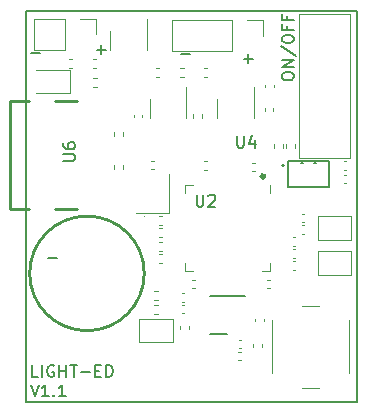
<source format=gbr>
%TF.GenerationSoftware,KiCad,Pcbnew,7.0.9*%
%TF.CreationDate,2024-10-01T20:52:59+03:00*%
%TF.ProjectId,LED-HeadBand,4c45442d-4865-4616-9442-616e642e6b69,rev?*%
%TF.SameCoordinates,Original*%
%TF.FileFunction,Legend,Top*%
%TF.FilePolarity,Positive*%
%FSLAX46Y46*%
G04 Gerber Fmt 4.6, Leading zero omitted, Abs format (unit mm)*
G04 Created by KiCad (PCBNEW 7.0.9) date 2024-10-01 20:52:59*
%MOMM*%
%LPD*%
G01*
G04 APERTURE LIST*
%ADD10C,0.300000*%
%ADD11C,0.150000*%
%ADD12C,0.120000*%
%ADD13C,0.100000*%
%ADD14C,0.127000*%
%ADD15C,0.200000*%
%ADD16C,0.254000*%
%ADD17C,0.059995*%
G04 APERTURE END LIST*
D10*
X144209000Y-39385400D02*
G75*
G03*
X144209000Y-39385400I-150000J0D01*
G01*
D11*
X124000000Y-25400000D02*
X152000000Y-25400000D01*
X152000000Y-58539000D01*
X124000000Y-58539000D01*
X124000000Y-25400000D01*
X142449779Y-29460866D02*
X143211684Y-29460866D01*
X142830731Y-29841819D02*
X142830731Y-29079914D01*
X129978379Y-28698866D02*
X130740284Y-28698866D01*
X130359331Y-29079819D02*
X130359331Y-28317914D01*
X124399922Y-57035819D02*
X124733255Y-58035819D01*
X124733255Y-58035819D02*
X125066588Y-57035819D01*
X125923731Y-58035819D02*
X125352303Y-58035819D01*
X125638017Y-58035819D02*
X125638017Y-57035819D01*
X125638017Y-57035819D02*
X125542779Y-57178676D01*
X125542779Y-57178676D02*
X125447541Y-57273914D01*
X125447541Y-57273914D02*
X125352303Y-57321533D01*
X126352303Y-57940580D02*
X126399922Y-57988200D01*
X126399922Y-57988200D02*
X126352303Y-58035819D01*
X126352303Y-58035819D02*
X126304684Y-57988200D01*
X126304684Y-57988200D02*
X126352303Y-57940580D01*
X126352303Y-57940580D02*
X126352303Y-58035819D01*
X127352302Y-58035819D02*
X126780874Y-58035819D01*
X127066588Y-58035819D02*
X127066588Y-57035819D01*
X127066588Y-57035819D02*
X126971350Y-57178676D01*
X126971350Y-57178676D02*
X126876112Y-57273914D01*
X126876112Y-57273914D02*
X126780874Y-57321533D01*
X125018969Y-56384819D02*
X124542779Y-56384819D01*
X124542779Y-56384819D02*
X124542779Y-55384819D01*
X125352303Y-56384819D02*
X125352303Y-55384819D01*
X126352302Y-55432438D02*
X126257064Y-55384819D01*
X126257064Y-55384819D02*
X126114207Y-55384819D01*
X126114207Y-55384819D02*
X125971350Y-55432438D01*
X125971350Y-55432438D02*
X125876112Y-55527676D01*
X125876112Y-55527676D02*
X125828493Y-55622914D01*
X125828493Y-55622914D02*
X125780874Y-55813390D01*
X125780874Y-55813390D02*
X125780874Y-55956247D01*
X125780874Y-55956247D02*
X125828493Y-56146723D01*
X125828493Y-56146723D02*
X125876112Y-56241961D01*
X125876112Y-56241961D02*
X125971350Y-56337200D01*
X125971350Y-56337200D02*
X126114207Y-56384819D01*
X126114207Y-56384819D02*
X126209445Y-56384819D01*
X126209445Y-56384819D02*
X126352302Y-56337200D01*
X126352302Y-56337200D02*
X126399921Y-56289580D01*
X126399921Y-56289580D02*
X126399921Y-55956247D01*
X126399921Y-55956247D02*
X126209445Y-55956247D01*
X126828493Y-56384819D02*
X126828493Y-55384819D01*
X126828493Y-55861009D02*
X127399921Y-55861009D01*
X127399921Y-56384819D02*
X127399921Y-55384819D01*
X127733255Y-55384819D02*
X128304683Y-55384819D01*
X128018969Y-56384819D02*
X128018969Y-55384819D01*
X128638017Y-56003866D02*
X129399922Y-56003866D01*
X129876112Y-55861009D02*
X130209445Y-55861009D01*
X130352302Y-56384819D02*
X129876112Y-56384819D01*
X129876112Y-56384819D02*
X129876112Y-55384819D01*
X129876112Y-55384819D02*
X130352302Y-55384819D01*
X130780874Y-56384819D02*
X130780874Y-55384819D01*
X130780874Y-55384819D02*
X131018969Y-55384819D01*
X131018969Y-55384819D02*
X131161826Y-55432438D01*
X131161826Y-55432438D02*
X131257064Y-55527676D01*
X131257064Y-55527676D02*
X131304683Y-55622914D01*
X131304683Y-55622914D02*
X131352302Y-55813390D01*
X131352302Y-55813390D02*
X131352302Y-55956247D01*
X131352302Y-55956247D02*
X131304683Y-56146723D01*
X131304683Y-56146723D02*
X131257064Y-56241961D01*
X131257064Y-56241961D02*
X131161826Y-56337200D01*
X131161826Y-56337200D02*
X131018969Y-56384819D01*
X131018969Y-56384819D02*
X130780874Y-56384819D01*
X145659819Y-31022744D02*
X145659819Y-30832268D01*
X145659819Y-30832268D02*
X145707438Y-30737030D01*
X145707438Y-30737030D02*
X145802676Y-30641792D01*
X145802676Y-30641792D02*
X145993152Y-30594173D01*
X145993152Y-30594173D02*
X146326485Y-30594173D01*
X146326485Y-30594173D02*
X146516961Y-30641792D01*
X146516961Y-30641792D02*
X146612200Y-30737030D01*
X146612200Y-30737030D02*
X146659819Y-30832268D01*
X146659819Y-30832268D02*
X146659819Y-31022744D01*
X146659819Y-31022744D02*
X146612200Y-31117982D01*
X146612200Y-31117982D02*
X146516961Y-31213220D01*
X146516961Y-31213220D02*
X146326485Y-31260839D01*
X146326485Y-31260839D02*
X145993152Y-31260839D01*
X145993152Y-31260839D02*
X145802676Y-31213220D01*
X145802676Y-31213220D02*
X145707438Y-31117982D01*
X145707438Y-31117982D02*
X145659819Y-31022744D01*
X146659819Y-30165601D02*
X145659819Y-30165601D01*
X145659819Y-30165601D02*
X146659819Y-29594173D01*
X146659819Y-29594173D02*
X145659819Y-29594173D01*
X145612200Y-28403697D02*
X146897914Y-29260839D01*
X145659819Y-27879887D02*
X145659819Y-27689411D01*
X145659819Y-27689411D02*
X145707438Y-27594173D01*
X145707438Y-27594173D02*
X145802676Y-27498935D01*
X145802676Y-27498935D02*
X145993152Y-27451316D01*
X145993152Y-27451316D02*
X146326485Y-27451316D01*
X146326485Y-27451316D02*
X146516961Y-27498935D01*
X146516961Y-27498935D02*
X146612200Y-27594173D01*
X146612200Y-27594173D02*
X146659819Y-27689411D01*
X146659819Y-27689411D02*
X146659819Y-27879887D01*
X146659819Y-27879887D02*
X146612200Y-27975125D01*
X146612200Y-27975125D02*
X146516961Y-28070363D01*
X146516961Y-28070363D02*
X146326485Y-28117982D01*
X146326485Y-28117982D02*
X145993152Y-28117982D01*
X145993152Y-28117982D02*
X145802676Y-28070363D01*
X145802676Y-28070363D02*
X145707438Y-27975125D01*
X145707438Y-27975125D02*
X145659819Y-27879887D01*
X146136009Y-26689411D02*
X146136009Y-27022744D01*
X146659819Y-27022744D02*
X145659819Y-27022744D01*
X145659819Y-27022744D02*
X145659819Y-26546554D01*
X146136009Y-25832268D02*
X146136009Y-26165601D01*
X146659819Y-26165601D02*
X145659819Y-26165601D01*
X145659819Y-26165601D02*
X145659819Y-25689411D01*
X124415779Y-28952866D02*
X125177684Y-28952866D01*
X137115779Y-29079866D02*
X137877684Y-29079866D01*
X138435495Y-40972219D02*
X138435495Y-41781742D01*
X138435495Y-41781742D02*
X138483114Y-41876980D01*
X138483114Y-41876980D02*
X138530733Y-41924600D01*
X138530733Y-41924600D02*
X138625971Y-41972219D01*
X138625971Y-41972219D02*
X138816447Y-41972219D01*
X138816447Y-41972219D02*
X138911685Y-41924600D01*
X138911685Y-41924600D02*
X138959304Y-41876980D01*
X138959304Y-41876980D02*
X139006923Y-41781742D01*
X139006923Y-41781742D02*
X139006923Y-40972219D01*
X139435495Y-41067457D02*
X139483114Y-41019838D01*
X139483114Y-41019838D02*
X139578352Y-40972219D01*
X139578352Y-40972219D02*
X139816447Y-40972219D01*
X139816447Y-40972219D02*
X139911685Y-41019838D01*
X139911685Y-41019838D02*
X139959304Y-41067457D01*
X139959304Y-41067457D02*
X140006923Y-41162695D01*
X140006923Y-41162695D02*
X140006923Y-41257933D01*
X140006923Y-41257933D02*
X139959304Y-41400790D01*
X139959304Y-41400790D02*
X139387876Y-41972219D01*
X139387876Y-41972219D02*
X140006923Y-41972219D01*
X141870095Y-35969819D02*
X141870095Y-36779342D01*
X141870095Y-36779342D02*
X141917714Y-36874580D01*
X141917714Y-36874580D02*
X141965333Y-36922200D01*
X141965333Y-36922200D02*
X142060571Y-36969819D01*
X142060571Y-36969819D02*
X142251047Y-36969819D01*
X142251047Y-36969819D02*
X142346285Y-36922200D01*
X142346285Y-36922200D02*
X142393904Y-36874580D01*
X142393904Y-36874580D02*
X142441523Y-36779342D01*
X142441523Y-36779342D02*
X142441523Y-35969819D01*
X143346285Y-36303152D02*
X143346285Y-36969819D01*
X143108190Y-35922200D02*
X142870095Y-36636485D01*
X142870095Y-36636485D02*
X143489142Y-36636485D01*
X127134819Y-38101904D02*
X127944342Y-38101904D01*
X127944342Y-38101904D02*
X128039580Y-38054285D01*
X128039580Y-38054285D02*
X128087200Y-38006666D01*
X128087200Y-38006666D02*
X128134819Y-37911428D01*
X128134819Y-37911428D02*
X128134819Y-37720952D01*
X128134819Y-37720952D02*
X128087200Y-37625714D01*
X128087200Y-37625714D02*
X128039580Y-37578095D01*
X128039580Y-37578095D02*
X127944342Y-37530476D01*
X127944342Y-37530476D02*
X127134819Y-37530476D01*
X127134819Y-36625714D02*
X127134819Y-36816190D01*
X127134819Y-36816190D02*
X127182438Y-36911428D01*
X127182438Y-36911428D02*
X127230057Y-36959047D01*
X127230057Y-36959047D02*
X127372914Y-37054285D01*
X127372914Y-37054285D02*
X127563390Y-37101904D01*
X127563390Y-37101904D02*
X127944342Y-37101904D01*
X127944342Y-37101904D02*
X128039580Y-37054285D01*
X128039580Y-37054285D02*
X128087200Y-37006666D01*
X128087200Y-37006666D02*
X128134819Y-36911428D01*
X128134819Y-36911428D02*
X128134819Y-36720952D01*
X128134819Y-36720952D02*
X128087200Y-36625714D01*
X128087200Y-36625714D02*
X128039580Y-36578095D01*
X128039580Y-36578095D02*
X127944342Y-36530476D01*
X127944342Y-36530476D02*
X127706247Y-36530476D01*
X127706247Y-36530476D02*
X127611009Y-36578095D01*
X127611009Y-36578095D02*
X127563390Y-36625714D01*
X127563390Y-36625714D02*
X127515771Y-36720952D01*
X127515771Y-36720952D02*
X127515771Y-36911428D01*
X127515771Y-36911428D02*
X127563390Y-37006666D01*
X127563390Y-37006666D02*
X127611009Y-37054285D01*
X127611009Y-37054285D02*
X127706247Y-37101904D01*
X125857042Y-46301863D02*
X126618947Y-46301863D01*
D12*
%TO.C,C20*%
X144970000Y-31634164D02*
X144970000Y-31849836D01*
X144250000Y-31634164D02*
X144250000Y-31849836D01*
%TO.C,R10*%
X145795000Y-36676359D02*
X145795000Y-36983641D01*
X145035000Y-36676359D02*
X145035000Y-36983641D01*
%TO.C,R9*%
X146811000Y-36676359D02*
X146811000Y-36983641D01*
X146051000Y-36676359D02*
X146051000Y-36983641D01*
%TO.C,R3*%
X137034000Y-52350641D02*
X137034000Y-52043359D01*
X137794000Y-52350641D02*
X137794000Y-52043359D01*
%TO.C,C12*%
X151110836Y-38841000D02*
X150895164Y-38841000D01*
X151110836Y-38121000D02*
X150895164Y-38121000D01*
%TO.C,C7*%
X135261564Y-44979000D02*
X135477236Y-44979000D01*
X135261564Y-45699000D02*
X135477236Y-45699000D01*
%TO.C,Q1*%
X134249600Y-27920100D02*
X134249600Y-26120100D01*
X134249600Y-27920100D02*
X134249600Y-28720100D01*
X131129600Y-27920100D02*
X131129600Y-27120100D01*
X131129600Y-27920100D02*
X131129600Y-28720100D01*
%TO.C,C4*%
X138068164Y-48154000D02*
X138283836Y-48154000D01*
X138068164Y-48874000D02*
X138283836Y-48874000D01*
%TO.C,R11*%
X139038359Y-30227000D02*
X139345641Y-30227000D01*
X139038359Y-30987000D02*
X139345641Y-30987000D01*
%TO.C,R6*%
X131446000Y-35967641D02*
X131446000Y-35660359D01*
X132206000Y-35967641D02*
X132206000Y-35660359D01*
%TO.C,J2*%
X144078000Y-26160000D02*
X144078000Y-27490000D01*
X142748000Y-26160000D02*
X144078000Y-26160000D01*
X141478000Y-26160000D02*
X136338000Y-26160000D01*
X141478000Y-26160000D02*
X141478000Y-28820000D01*
X136338000Y-26160000D02*
X136338000Y-28820000D01*
X141478000Y-28820000D02*
X136338000Y-28820000D01*
%TO.C,U2*%
X137449000Y-40167000D02*
X138099000Y-40167000D01*
X144669000Y-40817000D02*
X144669000Y-40167000D01*
X137449000Y-40817000D02*
X137449000Y-40167000D01*
X144669000Y-46737000D02*
X144669000Y-47387000D01*
X137449000Y-46737000D02*
X137449000Y-47387000D01*
X144669000Y-47387000D02*
X144019000Y-47387000D01*
X137449000Y-47387000D02*
X138099000Y-47387000D01*
%TO.C,R4*%
X138177000Y-34443641D02*
X138177000Y-34136359D01*
X138937000Y-34443641D02*
X138937000Y-34136359D01*
D13*
%TO.C,SW2*%
X147130000Y-37830000D02*
X151430000Y-37830000D01*
X151430000Y-37830000D02*
X151430000Y-25630000D01*
X151430000Y-25630000D02*
X147130000Y-25630000D01*
X147130000Y-25630000D02*
X147130000Y-37830000D01*
D12*
%TO.C,C6*%
X146780236Y-45305400D02*
X146564564Y-45305400D01*
X146780236Y-44585400D02*
X146564564Y-44585400D01*
%TO.C,Y1*%
X133267400Y-42519400D02*
X136067400Y-42519400D01*
X136067400Y-42519400D02*
X136067400Y-39219400D01*
%TO.C,U4*%
X143292000Y-33655000D02*
X143292000Y-31855000D01*
X143292000Y-33655000D02*
X143292000Y-34455000D01*
X140172000Y-33655000D02*
X140172000Y-32855000D01*
X140172000Y-33655000D02*
X140172000Y-34455000D01*
%TO.C,C8*%
X147554836Y-43286000D02*
X147339164Y-43286000D01*
X147554836Y-42566000D02*
X147339164Y-42566000D01*
%TO.C,R8*%
X135228359Y-45975000D02*
X135535641Y-45975000D01*
X135228359Y-46735000D02*
X135535641Y-46735000D01*
%TO.C,BT1*%
X129909800Y-26051200D02*
X129909800Y-27381200D01*
X128579800Y-26051200D02*
X129909800Y-26051200D01*
X127309800Y-26051200D02*
X124709800Y-26051200D01*
X127309800Y-26051200D02*
X127309800Y-28711200D01*
X124709800Y-26051200D02*
X124709800Y-28711200D01*
X127309800Y-28711200D02*
X124709800Y-28711200D01*
%TO.C,C1*%
X143148164Y-38248000D02*
X143363836Y-38248000D01*
X143148164Y-38968000D02*
X143363836Y-38968000D01*
D11*
%TO.C,U1*%
X142533000Y-49508500D02*
X139533000Y-49508500D01*
X141033000Y-52758500D02*
X139533000Y-52758500D01*
D12*
%TO.C,C22*%
X133117000Y-34397836D02*
X133117000Y-34182164D01*
X133837000Y-34397836D02*
X133837000Y-34182164D01*
%TO.C,JP1*%
X133601000Y-51451000D02*
X136401000Y-51451000D01*
X133601000Y-53451000D02*
X133601000Y-51451000D01*
X136401000Y-51451000D02*
X136401000Y-53451000D01*
X136401000Y-53451000D02*
X133601000Y-53451000D01*
%TO.C,R13*%
X127608359Y-29465000D02*
X127915641Y-29465000D01*
X127608359Y-30225000D02*
X127915641Y-30225000D01*
%TO.C,D1*%
X127708000Y-32329000D02*
X127708000Y-30409000D01*
X127708000Y-30409000D02*
X124848000Y-30409000D01*
X124848000Y-32329000D02*
X127708000Y-32329000D01*
%TO.C,C14*%
X135261564Y-42807400D02*
X135477236Y-42807400D01*
X135261564Y-43527400D02*
X135477236Y-43527400D01*
%TO.C,R12*%
X137333641Y-30987000D02*
X137026359Y-30987000D01*
X137333641Y-30227000D02*
X137026359Y-30227000D01*
D14*
%TO.C,U3*%
X146218500Y-38147000D02*
X149618500Y-38147000D01*
X146218500Y-40347000D02*
X146218500Y-38147000D01*
X147288500Y-38247000D02*
X147448500Y-38247000D01*
X148548500Y-38247000D02*
X148388500Y-38247000D01*
X149618500Y-38147000D02*
X149618500Y-40347000D01*
X149618500Y-40347000D02*
X146218500Y-40347000D01*
D15*
X145858500Y-38487000D02*
G75*
G03*
X145858500Y-38487000I-100000J0D01*
G01*
D12*
%TO.C,R15*%
X143257000Y-53874641D02*
X143257000Y-53567359D01*
X144017000Y-53874641D02*
X144017000Y-53567359D01*
%TO.C,C11*%
X151110836Y-39984000D02*
X150895164Y-39984000D01*
X151110836Y-39264000D02*
X150895164Y-39264000D01*
%TO.C,SW1*%
X147332000Y-57348000D02*
X148832000Y-57348000D01*
X151332000Y-56098000D02*
X151332000Y-51598000D01*
X144832000Y-51598000D02*
X144832000Y-56098000D01*
X148832000Y-50348000D02*
X147332000Y-50348000D01*
%TO.C,C17*%
X137179164Y-50281000D02*
X137394836Y-50281000D01*
X137179164Y-51001000D02*
X137394836Y-51001000D01*
%TO.C,R2*%
X134847359Y-50293000D02*
X135154641Y-50293000D01*
X134847359Y-51053000D02*
X135154641Y-51053000D01*
%TO.C,C19*%
X137179164Y-49297000D02*
X137394836Y-49297000D01*
X137179164Y-50017000D02*
X137394836Y-50017000D01*
%TO.C,C16*%
X144124000Y-51454164D02*
X144124000Y-51669836D01*
X143404000Y-51454164D02*
X143404000Y-51669836D01*
%TO.C,C18*%
X144222000Y-33842836D02*
X144222000Y-33627164D01*
X144942000Y-33842836D02*
X144942000Y-33627164D01*
%TO.C,R14*%
X129640359Y-29465000D02*
X129947641Y-29465000D01*
X129640359Y-30225000D02*
X129947641Y-30225000D01*
%TO.C,C10*%
X146780236Y-46321400D02*
X146564564Y-46321400D01*
X146780236Y-45601400D02*
X146564564Y-45601400D01*
%TO.C,R5*%
X129998441Y-31876000D02*
X129691159Y-31876000D01*
X129998441Y-31116000D02*
X129691159Y-31116000D01*
%TO.C,JP2*%
X148701400Y-42802400D02*
X151501400Y-42802400D01*
X148701400Y-44802400D02*
X148701400Y-42802400D01*
X151501400Y-42802400D02*
X151501400Y-44802400D01*
X151501400Y-44802400D02*
X148701400Y-44802400D01*
%TO.C,R1*%
X135154641Y-49910000D02*
X134847359Y-49910000D01*
X135154641Y-49150000D02*
X134847359Y-49150000D01*
%TO.C,C24*%
X146780236Y-47337400D02*
X146564564Y-47337400D01*
X146780236Y-46617400D02*
X146564564Y-46617400D01*
D16*
%TO.C,U6*%
X128314101Y-33057965D02*
X126417809Y-33057965D01*
X124234015Y-33057965D02*
X122660939Y-33057965D01*
X122660939Y-33057965D02*
X122660939Y-42201984D01*
X126417809Y-42201984D02*
X128314101Y-42201984D01*
X122660939Y-42201984D02*
X124234015Y-42201984D01*
D12*
%TO.C,C15*%
X142005164Y-53234000D02*
X142220836Y-53234000D01*
X142005164Y-53954000D02*
X142220836Y-53954000D01*
%TO.C,JP3*%
X151477000Y-47736000D02*
X148677000Y-47736000D01*
X151477000Y-45736000D02*
X151477000Y-47736000D01*
X148677000Y-47736000D02*
X148677000Y-45736000D01*
X148677000Y-45736000D02*
X151477000Y-45736000D01*
D17*
%TO.C,U7*%
X134044015Y-42768587D02*
G75*
G03*
X134044015Y-42768587I-29998J0D01*
G01*
D16*
X134010410Y-47625000D02*
G75*
G03*
X134010410Y-47625000I-4851410J0D01*
G01*
D12*
%TO.C,R7*%
X131446000Y-38761641D02*
X131446000Y-38454359D01*
X132206000Y-38761641D02*
X132206000Y-38454359D01*
%TO.C,C13*%
X134815236Y-38828400D02*
X134599564Y-38828400D01*
X134815236Y-38108400D02*
X134599564Y-38108400D01*
%TO.C,C9*%
X147554836Y-44289400D02*
X147339164Y-44289400D01*
X147554836Y-43569400D02*
X147339164Y-43569400D01*
%TO.C,C2*%
X139084164Y-38121000D02*
X139299836Y-38121000D01*
X139084164Y-38841000D02*
X139299836Y-38841000D01*
%TO.C,U5*%
X137577000Y-33655000D02*
X137577000Y-31855000D01*
X137577000Y-33655000D02*
X137577000Y-34455000D01*
X134457000Y-33655000D02*
X134457000Y-32855000D01*
X134457000Y-33655000D02*
X134457000Y-34455000D01*
%TO.C,C21*%
X135235836Y-30967000D02*
X135020164Y-30967000D01*
X135235836Y-30247000D02*
X135020164Y-30247000D01*
%TO.C,C5*%
X144633836Y-48874000D02*
X144418164Y-48874000D01*
X144633836Y-48154000D02*
X144418164Y-48154000D01*
%TO.C,C3*%
X135261564Y-43823400D02*
X135477236Y-43823400D01*
X135261564Y-44543400D02*
X135477236Y-44543400D01*
%TO.C,C23*%
X142192836Y-54970000D02*
X141977164Y-54970000D01*
X142192836Y-54250000D02*
X141977164Y-54250000D01*
%TD*%
M02*

</source>
